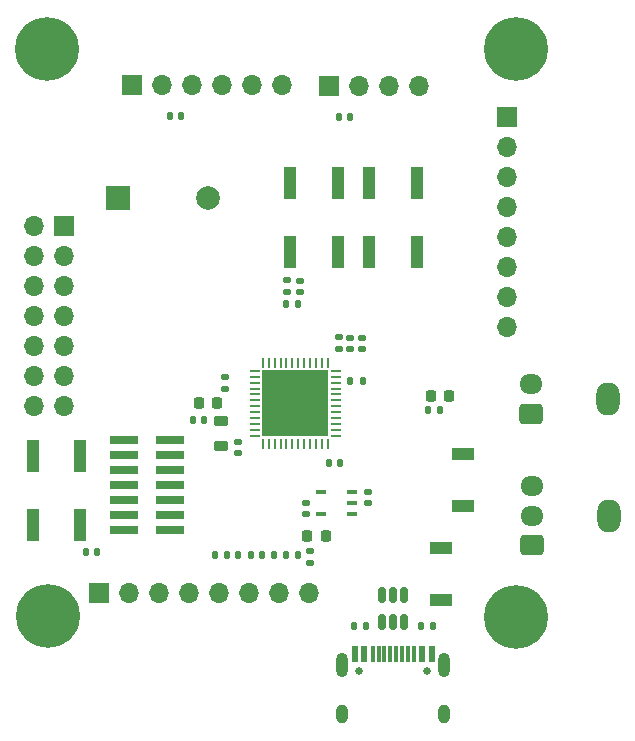
<source format=gbr>
%TF.GenerationSoftware,KiCad,Pcbnew,9.0.0-9.0.0-2~ubuntu22.04.1*%
%TF.CreationDate,2025-03-23T14:57:04+01:00*%
%TF.ProjectId,PCB_Module_Payement,5043425f-4d6f-4647-956c-655f50617965,rev?*%
%TF.SameCoordinates,Original*%
%TF.FileFunction,Soldermask,Top*%
%TF.FilePolarity,Negative*%
%FSLAX46Y46*%
G04 Gerber Fmt 4.6, Leading zero omitted, Abs format (unit mm)*
G04 Created by KiCad (PCBNEW 9.0.0-9.0.0-2~ubuntu22.04.1) date 2025-03-23 14:57:04*
%MOMM*%
%LPD*%
G01*
G04 APERTURE LIST*
G04 Aperture macros list*
%AMRoundRect*
0 Rectangle with rounded corners*
0 $1 Rounding radius*
0 $2 $3 $4 $5 $6 $7 $8 $9 X,Y pos of 4 corners*
0 Add a 4 corners polygon primitive as box body*
4,1,4,$2,$3,$4,$5,$6,$7,$8,$9,$2,$3,0*
0 Add four circle primitives for the rounded corners*
1,1,$1+$1,$2,$3*
1,1,$1+$1,$4,$5*
1,1,$1+$1,$6,$7*
1,1,$1+$1,$8,$9*
0 Add four rect primitives between the rounded corners*
20,1,$1+$1,$2,$3,$4,$5,0*
20,1,$1+$1,$4,$5,$6,$7,0*
20,1,$1+$1,$6,$7,$8,$9,0*
20,1,$1+$1,$8,$9,$2,$3,0*%
G04 Aperture macros list end*
%ADD10R,1.000000X2.800000*%
%ADD11RoundRect,0.135000X0.135000X0.185000X-0.135000X0.185000X-0.135000X-0.185000X0.135000X-0.185000X0*%
%ADD12RoundRect,0.140000X-0.170000X0.140000X-0.170000X-0.140000X0.170000X-0.140000X0.170000X0.140000X0*%
%ADD13RoundRect,0.218750X0.218750X0.256250X-0.218750X0.256250X-0.218750X-0.256250X0.218750X-0.256250X0*%
%ADD14RoundRect,0.140000X0.170000X-0.140000X0.170000X0.140000X-0.170000X0.140000X-0.170000X-0.140000X0*%
%ADD15RoundRect,0.140000X-0.140000X-0.170000X0.140000X-0.170000X0.140000X0.170000X-0.140000X0.170000X0*%
%ADD16C,0.650000*%
%ADD17R,0.600000X1.450000*%
%ADD18R,0.300000X1.450000*%
%ADD19O,1.000000X2.100000*%
%ADD20O,1.000000X1.600000*%
%ADD21R,2.400000X0.740000*%
%ADD22O,2.000000X2.800000*%
%ADD23RoundRect,0.250000X0.725000X-0.600000X0.725000X0.600000X-0.725000X0.600000X-0.725000X-0.600000X0*%
%ADD24O,1.950000X1.700000*%
%ADD25RoundRect,0.135000X-0.135000X-0.185000X0.135000X-0.185000X0.135000X0.185000X-0.135000X0.185000X0*%
%ADD26R,1.700000X1.700000*%
%ADD27O,1.700000X1.700000*%
%ADD28RoundRect,0.135000X0.185000X-0.135000X0.185000X0.135000X-0.185000X0.135000X-0.185000X-0.135000X0*%
%ADD29R,2.000000X2.000000*%
%ADD30C,2.000000*%
%ADD31RoundRect,0.140000X0.140000X0.170000X-0.140000X0.170000X-0.140000X-0.170000X0.140000X-0.170000X0*%
%ADD32C,5.400000*%
%ADD33RoundRect,0.135000X-0.185000X0.135000X-0.185000X-0.135000X0.185000X-0.135000X0.185000X0.135000X0*%
%ADD34RoundRect,0.150000X-0.150000X0.512500X-0.150000X-0.512500X0.150000X-0.512500X0.150000X0.512500X0*%
%ADD35RoundRect,0.218750X0.381250X-0.218750X0.381250X0.218750X-0.381250X0.218750X-0.381250X-0.218750X0*%
%ADD36R,1.905000X1.139800*%
%ADD37RoundRect,0.062500X-0.062500X0.375000X-0.062500X-0.375000X0.062500X-0.375000X0.062500X0.375000X0*%
%ADD38RoundRect,0.062500X-0.375000X0.062500X-0.375000X-0.062500X0.375000X-0.062500X0.375000X0.062500X0*%
%ADD39R,5.600000X5.600000*%
%ADD40RoundRect,0.225000X0.225000X0.250000X-0.225000X0.250000X-0.225000X-0.250000X0.225000X-0.250000X0*%
%ADD41R,0.914400X0.431800*%
G04 APERTURE END LIST*
D10*
%TO.C,SW3*%
X137800000Y-114450000D03*
X137800000Y-108650000D03*
X141800000Y-114450000D03*
X141800000Y-108650000D03*
%TD*%
D11*
%TO.C,R17*%
X158210000Y-117000000D03*
X157190000Y-117000000D03*
%TD*%
D10*
%TO.C,SW1*%
X163600000Y-85500000D03*
X163600000Y-91300000D03*
X159600000Y-85500000D03*
X159600000Y-91300000D03*
%TD*%
D12*
%TO.C,C11*%
X155150000Y-107400000D03*
X155150000Y-108360000D03*
%TD*%
D13*
%TO.C,D5*%
X162600000Y-115400000D03*
X161025000Y-115400000D03*
%TD*%
%TO.C,D2*%
X173075000Y-103500000D03*
X171500000Y-103500000D03*
%TD*%
D14*
%TO.C,C12*%
X163700000Y-99530000D03*
X163700000Y-98570000D03*
%TD*%
D12*
%TO.C,C5*%
X160900000Y-112590000D03*
X160900000Y-113550000D03*
%TD*%
D15*
%TO.C,C17*%
X149400000Y-79825000D03*
X150360000Y-79825000D03*
%TD*%
D16*
%TO.C,J8*%
X165430000Y-126795000D03*
X171210000Y-126795000D03*
D17*
X165070000Y-125350000D03*
X165870000Y-125350000D03*
D18*
X167070000Y-125350000D03*
X168070000Y-125350000D03*
X168570000Y-125350000D03*
X169570000Y-125350000D03*
D17*
X170770000Y-125350000D03*
X171570000Y-125350000D03*
X171570000Y-125350000D03*
X170770000Y-125350000D03*
D18*
X170070000Y-125350000D03*
X169070000Y-125350000D03*
X167570000Y-125350000D03*
X166570000Y-125350000D03*
D17*
X165870000Y-125350000D03*
X165070000Y-125350000D03*
D19*
X164000000Y-126265000D03*
D20*
X164000000Y-130445000D03*
D19*
X172640000Y-126265000D03*
D20*
X172640000Y-130445000D03*
%TD*%
D21*
%TO.C,J9*%
X149400000Y-114910000D03*
X145500000Y-114910000D03*
X149400000Y-113640000D03*
X145500000Y-113640000D03*
X149400000Y-112370000D03*
X145500000Y-112370000D03*
X149400000Y-111100000D03*
X145500000Y-111100000D03*
X149400000Y-109830000D03*
X145500000Y-109830000D03*
X149400000Y-108560000D03*
X145500000Y-108560000D03*
X149400000Y-107290000D03*
X145500000Y-107290000D03*
%TD*%
D14*
%TO.C,C7*%
X164650000Y-99560000D03*
X164650000Y-98600000D03*
%TD*%
%TO.C,C16*%
X160400000Y-94730000D03*
X160400000Y-93770000D03*
%TD*%
D22*
%TO.C,J7*%
X186500000Y-103800000D03*
D23*
X180000000Y-105050000D03*
D24*
X180000000Y-102550000D03*
%TD*%
D25*
%TO.C,R6*%
X164690000Y-102250000D03*
X165710000Y-102250000D03*
%TD*%
D26*
%TO.C,J3*%
X177945000Y-79925000D03*
D27*
X177945000Y-82465000D03*
X177945000Y-85005000D03*
X177945000Y-87545000D03*
X177945000Y-90085000D03*
X177945000Y-92625000D03*
X177945000Y-95165000D03*
X177945000Y-97705000D03*
%TD*%
D28*
%TO.C,R20*%
X161300000Y-117710000D03*
X161300000Y-116690000D03*
%TD*%
D11*
%TO.C,R19*%
X160260000Y-117000000D03*
X159240000Y-117000000D03*
%TD*%
D29*
%TO.C,BZ1*%
X145050000Y-86750000D03*
D30*
X152650000Y-86750000D03*
%TD*%
D26*
%TO.C,J6*%
X162890000Y-77250000D03*
D27*
X165430000Y-77250000D03*
X167970000Y-77250000D03*
X170510000Y-77250000D03*
%TD*%
D31*
%TO.C,C18*%
X143230000Y-116750000D03*
X142270000Y-116750000D03*
%TD*%
D32*
%TO.C,H3*%
X178700000Y-122200000D03*
%TD*%
D25*
%TO.C,R14*%
X171250000Y-104750000D03*
X172270000Y-104750000D03*
%TD*%
D11*
%TO.C,R1*%
X154200000Y-117000000D03*
X153180000Y-117000000D03*
%TD*%
D33*
%TO.C,R7*%
X159300000Y-93740000D03*
X159300000Y-94760000D03*
%TD*%
D14*
%TO.C,C6*%
X165650000Y-99560000D03*
X165650000Y-98600000D03*
%TD*%
D31*
%TO.C,C211*%
X152330000Y-105550000D03*
X151370000Y-105550000D03*
%TD*%
D12*
%TO.C,C4*%
X166200000Y-111670000D03*
X166200000Y-112630000D03*
%TD*%
D32*
%TO.C,H4*%
X139050000Y-122150000D03*
%TD*%
D34*
%TO.C,U6*%
X169230000Y-120407500D03*
X168280000Y-120407500D03*
X167330000Y-120407500D03*
X167330000Y-122682500D03*
X168280000Y-122682500D03*
X169230000Y-122682500D03*
%TD*%
D15*
%TO.C,C10*%
X162860000Y-109230000D03*
X163820000Y-109230000D03*
%TD*%
D32*
%TO.C,H2*%
X178700000Y-74150000D03*
%TD*%
D11*
%TO.C,R23*%
X156230000Y-117000000D03*
X155210000Y-117000000D03*
%TD*%
D35*
%TO.C,L201*%
X153700000Y-107762500D03*
X153700000Y-105637500D03*
%TD*%
D36*
%TO.C,U1*%
X172350000Y-116366400D03*
X172350000Y-120833600D03*
%TD*%
D11*
%TO.C,R9*%
X160250000Y-95750000D03*
X159230000Y-95750000D03*
%TD*%
D25*
%TO.C,R12*%
X170670000Y-123045000D03*
X171690000Y-123045000D03*
%TD*%
D37*
%TO.C,U2*%
X162770000Y-100712500D03*
X162270000Y-100712500D03*
X161770000Y-100712500D03*
X161270000Y-100712500D03*
X160770000Y-100712500D03*
X160270000Y-100712500D03*
X159770000Y-100712500D03*
X159270000Y-100712500D03*
X158770000Y-100712500D03*
X158270000Y-100712500D03*
X157770000Y-100712500D03*
X157270000Y-100712500D03*
D38*
X156582500Y-101400000D03*
X156582500Y-101900000D03*
X156582500Y-102400000D03*
X156582500Y-102900000D03*
X156582500Y-103400000D03*
X156582500Y-103900000D03*
X156582500Y-104400000D03*
X156582500Y-104900000D03*
X156582500Y-105400000D03*
X156582500Y-105900000D03*
X156582500Y-106400000D03*
X156582500Y-106900000D03*
D37*
X157270000Y-107587500D03*
X157770000Y-107587500D03*
X158270000Y-107587500D03*
X158770000Y-107587500D03*
X159270000Y-107587500D03*
X159770000Y-107587500D03*
X160270000Y-107587500D03*
X160770000Y-107587500D03*
X161270000Y-107587500D03*
X161770000Y-107587500D03*
X162270000Y-107587500D03*
X162770000Y-107587500D03*
D38*
X163457500Y-106900000D03*
X163457500Y-106400000D03*
X163457500Y-105900000D03*
X163457500Y-105400000D03*
X163457500Y-104900000D03*
X163457500Y-104400000D03*
X163457500Y-103900000D03*
X163457500Y-103400000D03*
X163457500Y-102900000D03*
X163457500Y-102400000D03*
X163457500Y-101900000D03*
X163457500Y-101400000D03*
D39*
X160020000Y-104150000D03*
%TD*%
D32*
%TO.C,H1*%
X139000000Y-74150000D03*
%TD*%
D11*
%TO.C,R11*%
X165990000Y-123045000D03*
X164970000Y-123045000D03*
%TD*%
D10*
%TO.C,SW2*%
X166300000Y-91300000D03*
X166300000Y-85500000D03*
X170300000Y-91300000D03*
X170300000Y-85500000D03*
%TD*%
D36*
%TO.C,U5*%
X174250000Y-112883600D03*
X174250000Y-108416400D03*
%TD*%
D40*
%TO.C,C212*%
X153375000Y-104150000D03*
X151825000Y-104150000D03*
%TD*%
D14*
%TO.C,C14*%
X154080000Y-102900000D03*
X154080000Y-101940000D03*
%TD*%
D22*
%TO.C,J_Switch1*%
X186550000Y-113650000D03*
D23*
X180050000Y-116150000D03*
D24*
X180050000Y-113650000D03*
X180050000Y-111150000D03*
%TD*%
D41*
%TO.C,U4*%
X164795400Y-113539800D03*
X164795400Y-112600000D03*
X164795400Y-111660200D03*
X162204600Y-111647500D03*
X162204600Y-113552500D03*
%TD*%
D26*
%TO.C,J4*%
X146230000Y-77175000D03*
D27*
X148770000Y-77175000D03*
X151310000Y-77175000D03*
X153850000Y-77175000D03*
X156390000Y-77175000D03*
X158930000Y-77175000D03*
%TD*%
D15*
%TO.C,C13*%
X163710000Y-79925000D03*
X164670000Y-79925000D03*
%TD*%
D26*
%TO.C,J1*%
X140450000Y-89175000D03*
D27*
X137910000Y-89175000D03*
X140450000Y-91715000D03*
X137910000Y-91715000D03*
X140450000Y-94255000D03*
X137910000Y-94255000D03*
X140450000Y-96795000D03*
X137910000Y-96795000D03*
X140450000Y-99335000D03*
X137910000Y-99335000D03*
X140450000Y-101875000D03*
X137910000Y-101875000D03*
X140450000Y-104415000D03*
X137910000Y-104415000D03*
%TD*%
D26*
%TO.C,J5*%
X143410000Y-120195000D03*
D27*
X145950000Y-120195000D03*
X148490000Y-120195000D03*
X151030000Y-120195000D03*
X153570000Y-120195000D03*
X156110000Y-120195000D03*
X158650000Y-120195000D03*
X161190000Y-120195000D03*
%TD*%
M02*

</source>
